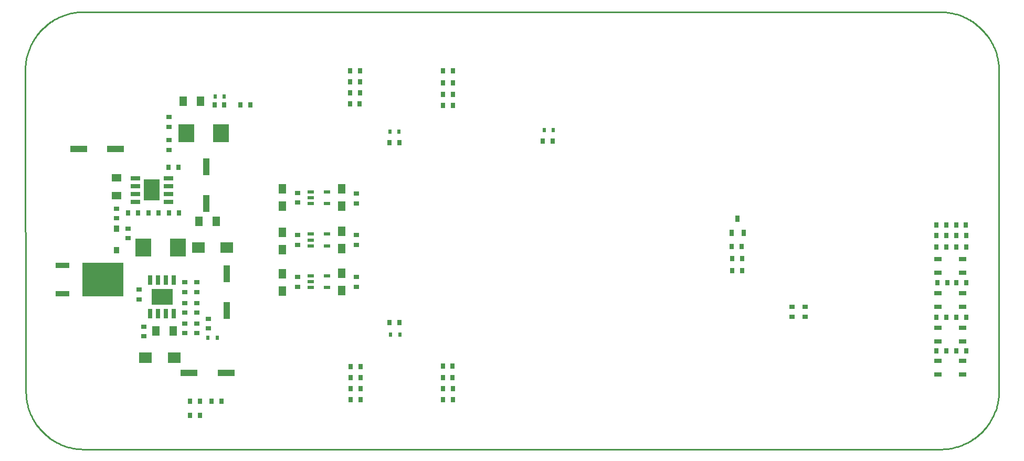
<source format=gtp>
G04*
G04 #@! TF.GenerationSoftware,Altium Limited,Altium Designer,22.0.2 (36)*
G04*
G04 Layer_Color=8421504*
%FSTAX25Y25*%
%MOIN*%
G70*
G04*
G04 #@! TF.SameCoordinates,5FDB733D-D120-4548-BF5C-F3B634D9DF53*
G04*
G04*
G04 #@! TF.FilePolarity,Positive*
G04*
G01*
G75*
%ADD10C,0.01000*%
%ADD47R,0.03150X0.03543*%
%ADD48R,0.10630X0.03937*%
%ADD49R,0.03543X0.03150*%
%ADD50R,0.02165X0.03150*%
%ADD51R,0.04724X0.02756*%
%ADD52R,0.13386X0.09843*%
%ADD53R,0.02559X0.06299*%
%ADD54R,0.09843X0.11811*%
%ADD55R,0.07874X0.06890*%
%ADD56R,0.03937X0.10630*%
%ADD57R,0.05118X0.06299*%
%ADD58R,0.04331X0.02362*%
%ADD59R,0.09843X0.13386*%
%ADD60R,0.06299X0.02559*%
%ADD61R,0.02559X0.04134*%
%ADD62R,0.08661X0.03740*%
%ADD63R,0.26378X0.21654*%
%ADD64R,0.03347X0.03937*%
%ADD65R,0.04724X0.05906*%
%ADD66R,0.06299X0.05118*%
D10*
X0718Y0409771D02*
X0717987Y0410775D01*
X0717946Y0411779D01*
X071788Y0412781D01*
X0717786Y0413781D01*
X0717666Y0414779D01*
X071752Y0415772D01*
X0717347Y0416762D01*
X0717147Y0417746D01*
X0716922Y0418725D01*
X0716671Y0419698D01*
X0716394Y0420663D01*
X0716091Y0421621D01*
X0715763Y042257D01*
X0715409Y042351D01*
X0715031Y0424441D01*
X0714628Y0425361D01*
X0714201Y042627D01*
X071375Y0427168D01*
X0713275Y0428053D01*
X0712777Y0428925D01*
X0712255Y0429783D01*
X0711711Y0430628D01*
X0711145Y0431457D01*
X0710557Y0432271D01*
X0709947Y043307D01*
X0709316Y0433851D01*
X0708665Y0434616D01*
X0707993Y0435363D01*
X0707302Y0436092D01*
X0706592Y0436802D01*
X0705863Y0437493D01*
X0705116Y0438165D01*
X0704351Y0438816D01*
X070357Y0439447D01*
X0702771Y0440057D01*
X0701957Y0440645D01*
X0701128Y0441211D01*
X0700283Y0441755D01*
X0699425Y0442277D01*
X0698553Y0442775D01*
X0697668Y044325D01*
X069677Y0443701D01*
X0695861Y0444128D01*
X0694941Y0444531D01*
X069401Y0444909D01*
X069307Y0445263D01*
X0692121Y0445591D01*
X0691163Y0445894D01*
X0690198Y0446171D01*
X0689225Y0446422D01*
X0688246Y0446647D01*
X0687262Y0446847D01*
X0686272Y044702D01*
X0685279Y0447166D01*
X0684281Y0447286D01*
X0683281Y044738D01*
X0682279Y0447446D01*
X0681275Y0447487D01*
X0680271Y04475D01*
X01365Y0447488D02*
X0135491Y0447468D01*
X0134484Y044742D01*
X0133478Y0447345D01*
X0132475Y0447243D01*
X0131475Y0447114D01*
X0130479Y0446957D01*
X0129487Y0446774D01*
X0128501Y0446564D01*
X0127521Y0446327D01*
X0126547Y0446064D01*
X0125581Y0445775D01*
X0124624Y0445459D01*
X0123675Y0445118D01*
X0122735Y0444751D01*
X0121806Y0444359D01*
X0120888Y0443942D01*
X0119982Y04435D01*
X0119088Y0443034D01*
X0118206Y0442544D01*
X0117339Y044203D01*
X0116486Y0441492D01*
X0115647Y0440932D01*
X0114824Y0440349D01*
X0114017Y0439745D01*
X0113227Y0439118D01*
X0112454Y0438471D01*
X0111699Y0437803D01*
X0110962Y0437114D01*
X0110244Y0436406D01*
X0109546Y0435678D01*
X0108867Y0434933D01*
X0108209Y0434168D01*
X0107572Y0433387D01*
X0106956Y0432588D01*
X0106362Y0431773D01*
X0105791Y0430942D01*
X0105242Y0430096D01*
X0104716Y0429236D01*
X0104214Y0428362D01*
X0103735Y0427474D01*
X0103281Y0426574D01*
X0102851Y0425661D01*
X0102447Y0424738D01*
X0102067Y0423803D01*
X0101713Y0422859D01*
X0101384Y0421906D01*
X0101082Y0420944D01*
X0100805Y0419974D01*
X0100555Y0418997D01*
X0100332Y0418014D01*
X0100135Y0417025D01*
X0099965Y0416031D01*
X0099822Y0415033D01*
X0099706Y0414031D01*
X0099617Y0413027D01*
X0099556Y041202D01*
X0099522Y0411012D01*
X0099515Y0410004D01*
X01Y0206229D02*
X0100013Y0205234D01*
X0100054Y0204241D01*
X0100121Y0203248D01*
X0100215Y0202258D01*
X0100336Y0201271D01*
X0100484Y0200287D01*
X0100658Y0199308D01*
X0100859Y0198333D01*
X0101086Y0197365D01*
X0101339Y0196403D01*
X0101618Y0195448D01*
X0101923Y0194501D01*
X0102253Y0193563D01*
X0102609Y0192634D01*
X0102989Y0191715D01*
X0103395Y0190807D01*
X0103824Y018991D01*
X0104279Y0189025D01*
X0104756Y0188152D01*
X0105257Y0187293D01*
X0105782Y0186448D01*
X0106329Y0185617D01*
X0106898Y0184801D01*
X0107489Y0184002D01*
X0108102Y0183218D01*
X0108736Y0182451D01*
X010939Y0181702D01*
X0110064Y0180971D01*
X0110758Y0180258D01*
X011147Y0179564D01*
X0112202Y017889D01*
X0112951Y0178235D01*
X0113718Y0177602D01*
X0114502Y0176989D01*
X0115302Y0176398D01*
X0116117Y0175829D01*
X0116948Y0175282D01*
X0117793Y0174758D01*
X0118652Y0174256D01*
X0119525Y0173778D01*
X012041Y0173325D01*
X0121307Y0172895D01*
X0122215Y0172489D01*
X0123134Y0172109D01*
X0124063Y0171753D01*
X0125002Y0171423D01*
X0125948Y0171118D01*
X0126903Y0170839D01*
X0127865Y0170586D01*
X0128833Y0170359D01*
X0129808Y0170158D01*
X0130787Y0169984D01*
X0131771Y0169836D01*
X0132758Y0169715D01*
X0133748Y0169621D01*
X0134741Y0169554D01*
X0135734Y0169513D01*
X0136729Y01695D01*
X0680768D02*
X0681776Y0169514D01*
X0682783Y0169555D01*
X0683789Y0169623D01*
X0684793Y0169718D01*
X0685794Y0169841D01*
X0686791Y0169991D01*
X0687784Y0170167D01*
X0688771Y017037D01*
X0689753Y01706D01*
X0690728Y0170857D01*
X0691696Y017114D01*
X0692656Y0171449D01*
X0693607Y0171784D01*
X0694549Y0172144D01*
X069548Y017253D01*
X0696401Y0172941D01*
X069731Y0173377D01*
X0698208Y0173837D01*
X0699092Y0174321D01*
X0699963Y017483D01*
X070082Y0175361D01*
X0701662Y0175916D01*
X0702489Y0176493D01*
X07033Y0177092D01*
X0704094Y0177713D01*
X0704871Y0178355D01*
X0705631Y0179018D01*
X0706372Y0179702D01*
X0707095Y0180405D01*
X0707798Y0181128D01*
X0708482Y0181869D01*
X0709145Y0182629D01*
X0709787Y0183406D01*
X0710408Y01842D01*
X0711007Y0185011D01*
X0711585Y0185838D01*
X0712139Y018668D01*
X0712671Y0187537D01*
X0713179Y0188408D01*
X0713663Y0189293D01*
X0714123Y019019D01*
X0714559Y0191099D01*
X071497Y019202D01*
X0715356Y0192951D01*
X0715716Y0193893D01*
X0716051Y0194844D01*
X071636Y0195804D01*
X0716643Y0196772D01*
X0716899Y0197747D01*
X071713Y0198729D01*
X0717333Y0199716D01*
X071751Y0200709D01*
X0717659Y0201706D01*
X0717782Y0202707D01*
X0717877Y0203711D01*
X0717945Y0204717D01*
X0717986Y0205724D01*
X0718Y0206732D01*
Y0409771D01*
X0099515Y0410004D02*
X01Y0206239D01*
X0137Y01695D02*
X0681Y01695D01*
X01365Y0447488D02*
X0680271Y04475D01*
D47*
X021065Y0191D02*
D03*
X020435D02*
D03*
X021785Y02D02*
D03*
X022415D02*
D03*
X0204201Y02D02*
D03*
X02105D02*
D03*
X043465Y03655D02*
D03*
X042835D02*
D03*
X0554799Y0283D02*
D03*
X05485D02*
D03*
X0554784Y0290681D02*
D03*
X0548485D02*
D03*
X055465Y02985D02*
D03*
X054835D02*
D03*
X069715Y0232D02*
D03*
X069085D02*
D03*
X068465D02*
D03*
X067835D02*
D03*
X068465Y02535D02*
D03*
X067835D02*
D03*
X069715D02*
D03*
X069085D02*
D03*
X069715Y02755D02*
D03*
X069085D02*
D03*
X068515D02*
D03*
X067885D02*
D03*
X069715Y0298D02*
D03*
X069085D02*
D03*
X068465D02*
D03*
X067835D02*
D03*
X069715Y03055D02*
D03*
X069085D02*
D03*
X067835Y03055D02*
D03*
X068465D02*
D03*
X0690701Y0312D02*
D03*
X0697D02*
D03*
X068465Y0312D02*
D03*
X067835D02*
D03*
X031265Y0201D02*
D03*
X030635D02*
D03*
X023635Y03885D02*
D03*
X024265D02*
D03*
X037115Y0208D02*
D03*
X036485D02*
D03*
X036485Y0201D02*
D03*
X037115D02*
D03*
X0371Y02225D02*
D03*
X0364701D02*
D03*
Y0215D02*
D03*
X0371D02*
D03*
X037115Y0388D02*
D03*
X036485D02*
D03*
X036485Y0395D02*
D03*
X037115D02*
D03*
X037115Y04025D02*
D03*
X036485D02*
D03*
X036485Y041D02*
D03*
X037115D02*
D03*
X031265Y0215D02*
D03*
X030635D02*
D03*
X030635Y0222D02*
D03*
X031265D02*
D03*
X030635Y0208D02*
D03*
X031265D02*
D03*
X0312299Y041D02*
D03*
X0306D02*
D03*
X030585Y0403D02*
D03*
X031215D02*
D03*
X0312Y0389D02*
D03*
X0305701D02*
D03*
X030585Y0396D02*
D03*
X031215D02*
D03*
X033715Y025D02*
D03*
X033085D02*
D03*
X033715Y03645D02*
D03*
X033085D02*
D03*
X0197299Y031985D02*
D03*
X0191D02*
D03*
X0219701Y038835D02*
D03*
X0226D02*
D03*
X017115Y031985D02*
D03*
X016485D02*
D03*
X0184299Y031985D02*
D03*
X0178D02*
D03*
X0196799Y034885D02*
D03*
X01905D02*
D03*
D48*
X0203689Y0218D02*
D03*
X0227311D02*
D03*
X0133378Y036035D02*
D03*
X0157D02*
D03*
D49*
X05865Y025385D02*
D03*
Y026015D02*
D03*
X0595Y026015D02*
D03*
Y025385D02*
D03*
X0201Y027565D02*
D03*
Y026935D02*
D03*
X0216Y02525D02*
D03*
Y0246201D02*
D03*
X02085Y02495D02*
D03*
Y0243201D02*
D03*
Y02625D02*
D03*
Y0256201D02*
D03*
X02085Y027565D02*
D03*
Y026935D02*
D03*
X0201Y02495D02*
D03*
Y0243201D02*
D03*
Y02625D02*
D03*
Y0256201D02*
D03*
X0172Y027115D02*
D03*
Y026485D02*
D03*
X0175Y02475D02*
D03*
Y0241201D02*
D03*
X0191Y038065D02*
D03*
Y037435D02*
D03*
Y036615D02*
D03*
Y035985D02*
D03*
X0165Y030985D02*
D03*
Y0303551D02*
D03*
X031Y027915D02*
D03*
Y027285D02*
D03*
X02725Y027915D02*
D03*
Y027285D02*
D03*
X031Y033215D02*
D03*
Y032585D02*
D03*
X02725Y03325D02*
D03*
Y0326201D02*
D03*
X031Y030565D02*
D03*
Y029935D02*
D03*
X02725Y030565D02*
D03*
Y029935D02*
D03*
X01575Y03225D02*
D03*
Y0316201D02*
D03*
D50*
X0429047Y03725D02*
D03*
X0434953D02*
D03*
X0221453Y02405D02*
D03*
X0215547D02*
D03*
X0226Y039385D02*
D03*
X0220094D02*
D03*
X0337453Y02425D02*
D03*
X0331547D02*
D03*
X0336953Y03715D02*
D03*
X0331047D02*
D03*
D51*
X0679126Y0238169D02*
D03*
X0694874D02*
D03*
Y0246831D02*
D03*
X0679126D02*
D03*
Y0217169D02*
D03*
X0694874D02*
D03*
Y0225831D02*
D03*
X0679126D02*
D03*
Y0260169D02*
D03*
X0694874D02*
D03*
Y0268831D02*
D03*
X0679126D02*
D03*
X0679252Y0281839D02*
D03*
X0695D02*
D03*
Y02905D02*
D03*
X0679252D02*
D03*
D52*
X01865Y026635D02*
D03*
D53*
X0179Y025572D02*
D03*
X0184D02*
D03*
X0189D02*
D03*
X0194D02*
D03*
Y027698D02*
D03*
X0189D02*
D03*
X0184D02*
D03*
X0179D02*
D03*
D54*
X0174476Y029785D02*
D03*
X0196524D02*
D03*
X0224024Y037035D02*
D03*
X0201976D02*
D03*
D55*
X0209445Y029785D02*
D03*
X0227555D02*
D03*
X0175945Y022785D02*
D03*
X0194055D02*
D03*
D56*
X02275Y0257539D02*
D03*
Y0281161D02*
D03*
X02145Y0325539D02*
D03*
Y0349161D02*
D03*
D57*
X0209988Y031435D02*
D03*
X0221012D02*
D03*
X0193524Y024485D02*
D03*
X01825D02*
D03*
X0199976Y039085D02*
D03*
X0211D02*
D03*
D58*
X0291118Y027974D02*
D03*
X0280882D02*
D03*
Y0276D02*
D03*
Y027226D02*
D03*
X0291118D02*
D03*
X0291118Y0333091D02*
D03*
X0280882D02*
D03*
Y032935D02*
D03*
Y032561D02*
D03*
X0291118D02*
D03*
X0291118Y030624D02*
D03*
X0280882D02*
D03*
Y03025D02*
D03*
Y029876D02*
D03*
X0291118D02*
D03*
D59*
X018Y033435D02*
D03*
D60*
X016937Y034185D02*
D03*
Y033685D02*
D03*
Y033185D02*
D03*
Y032685D02*
D03*
X019063D02*
D03*
Y033185D02*
D03*
Y033685D02*
D03*
Y034185D02*
D03*
D61*
X054826Y0306972D02*
D03*
X055574D02*
D03*
X0552Y0316028D02*
D03*
D62*
X0123213Y0286327D02*
D03*
Y0268374D02*
D03*
D63*
X0149Y027735D02*
D03*
D64*
X01575Y0295961D02*
D03*
Y030974D02*
D03*
D65*
X03005Y0270488D02*
D03*
Y0281512D02*
D03*
X0263Y0269988D02*
D03*
Y0281012D02*
D03*
X03005Y0323988D02*
D03*
Y0335012D02*
D03*
X0263Y0323976D02*
D03*
Y0335D02*
D03*
X03005Y0296988D02*
D03*
Y0308012D02*
D03*
X0263Y0296488D02*
D03*
Y0307512D02*
D03*
D66*
X01575Y0341874D02*
D03*
Y033085D02*
D03*
M02*

</source>
